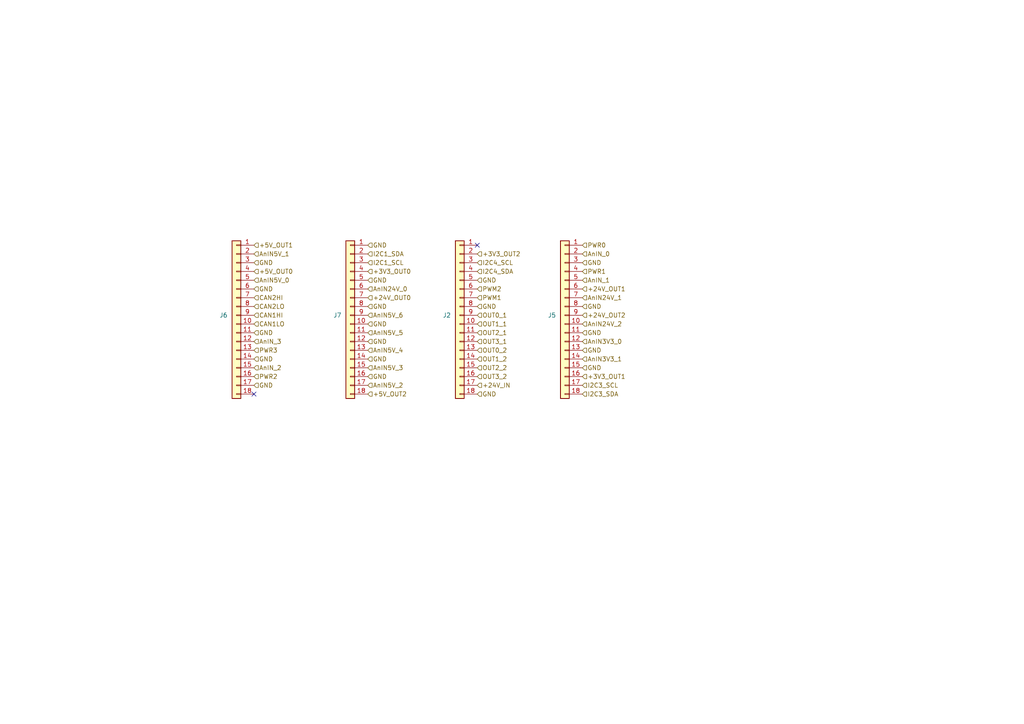
<source format=kicad_sch>
(kicad_sch (version 20231120) (generator "eeschema") (generator_version "8.0")
  (paper "A4")
  (lib_symbols
    (symbol "Connector_Generic:Conn_01x18" (pin_names (offset 1.016) hide)
      (property "Reference" "J" (at 0 22.86 0))
      (property "Value" "Conn_01x18" (at 0 -25.4 0))
      (symbol "Conn_01x18_1_1"
        (rectangle (start -1.27 -22.733) (end 0 -22.987) (stroke (width 0.1524)))
        (rectangle (start -1.27 -20.193) (end 0 -20.447) (stroke (width 0.1524)))
        (rectangle (start -1.27 -17.653) (end 0 -17.907) (stroke (width 0.1524)))
        (rectangle (start -1.27 -15.113) (end 0 -15.367) (stroke (width 0.1524)))
        (rectangle (start -1.27 -12.573) (end 0 -12.827) (stroke (width 0.1524)))
        (rectangle (start -1.27 -10.033) (end 0 -10.287) (stroke (width 0.1524)))
        (rectangle (start -1.27 -7.493) (end 0 -7.747) (stroke (width 0.1524)))
        (rectangle (start -1.27 -4.953) (end 0 -5.207) (stroke (width 0.1524)))
        (rectangle (start -1.27 -2.413) (end 0 -2.667) (stroke (width 0.1524)))
        (rectangle (start -1.27 0.127) (end 0 -0.127) (stroke (width 0.1524)))
        (rectangle (start -1.27 2.667) (end 0 2.413) (stroke (width 0.1524)))
        (rectangle (start -1.27 5.207) (end 0 4.953) (stroke (width 0.1524)))
        (rectangle (start -1.27 7.747) (end 0 7.493) (stroke (width 0.1524)))
        (rectangle (start -1.27 10.287) (end 0 10.033) (stroke (width 0.1524)))
        (rectangle (start -1.27 12.827) (end 0 12.573) (stroke (width 0.1524)))
        (rectangle (start -1.27 15.367) (end 0 15.113) (stroke (width 0.1524)))
        (rectangle (start -1.27 17.907) (end 0 17.653) (stroke (width 0.1524)))
        (rectangle (start -1.27 20.447) (end 0 20.193) (stroke (width 0.1524)))
        (rectangle (start -1.27 21.59) (end 1.27 -24.13) (stroke (width 0.254)) (fill (type background)))
        (pin passive line (at -5.08 20.32 0) (length 3.81) (name "Pin_1") (number "1"))
        (pin passive line (at -5.08 -2.54 0) (length 3.81) (name "Pin_10") (number "10"))
        (pin passive line (at -5.08 -5.08 0) (length 3.81) (name "Pin_11") (number "11"))
        (pin passive line (at -5.08 -7.62 0) (length 3.81) (name "Pin_12") (number "12"))
        (pin passive line (at -5.08 -10.16 0) (length 3.81) (name "Pin_13") (number "13"))
        (pin passive line (at -5.08 -12.7 0) (length 3.81) (name "Pin_14") (number "14"))
        (pin passive line (at -5.08 -15.24 0) (length 3.81) (name "Pin_15") (number "15"))
        (pin passive line (at -5.08 -17.78 0) (length 3.81) (name "Pin_16") (number "16"))
        (pin passive line (at -5.08 -20.32 0) (length 3.81) (name "Pin_17") (number "17"))
        (pin passive line (at -5.08 -22.86 0) (length 3.81) (name "Pin_18") (number "18"))
        (pin passive line (at -5.08 17.78 0) (length 3.81) (name "Pin_2") (number "2"))
        (pin passive line (at -5.08 15.24 0) (length 3.81) (name "Pin_3") (number "3"))
        (pin passive line (at -5.08 12.7 0) (length 3.81) (name "Pin_4") (number "4"))
        (pin passive line (at -5.08 10.16 0) (length 3.81) (name "Pin_5") (number "5"))
        (pin passive line (at -5.08 7.62 0) (length 3.81) (name "Pin_6") (number "6"))
        (pin passive line (at -5.08 5.08 0) (length 3.81) (name "Pin_7") (number "7"))
        (pin passive line (at -5.08 2.54 0) (length 3.81) (name "Pin_8") (number "8"))
        (pin passive line (at -5.08 0 0) (length 3.81) (name "Pin_9") (number "9"))
      )
    )
  )
  (no_connect (at 138.43 71.12))
  (no_connect (at 73.66 114.3))
  (hierarchical_label "AnIN5V_2" (shape input) (at 106.68 111.76 0))
  (hierarchical_label "OUT3_2" (shape input) (at 138.43 109.22 0))
  (hierarchical_label "OUT1_1" (shape input) (at 138.43 93.98 0))
  (hierarchical_label "GND" (shape input) (at 168.91 76.2 0))
  (hierarchical_label "CAN1HI" (shape input) (at 73.66 91.44 0))
  (hierarchical_label "GND" (shape input) (at 106.68 81.28 0))
  (hierarchical_label "PWR2" (shape input) (at 73.66 109.22 0))
  (hierarchical_label "AnIN24V_1" (shape input) (at 168.91 86.36 0))
  (hierarchical_label "AnIN5V_1" (shape input) (at 73.66 73.66 0))
  (hierarchical_label "GND" (shape input) (at 73.66 83.82 0))
  (hierarchical_label "I2C4_SDA" (shape input) (at 138.43 78.74 0))
  (hierarchical_label "AnIN_3" (shape input) (at 73.66 99.06 0))
  (hierarchical_label "GND" (shape input) (at 106.68 99.06 0))
  (hierarchical_label "AnIN_2" (shape input) (at 73.66 106.68 0))
  (hierarchical_label "AnIN_1" (shape input) (at 168.91 81.28 0))
  (hierarchical_label "+3V3_OUT1" (shape input) (at 168.91 109.22 0))
  (hierarchical_label "GND" (shape input) (at 106.68 93.98 0))
  (hierarchical_label "AnIN5V_3" (shape input) (at 106.68 106.68 0))
  (hierarchical_label "I2C3_SCL" (shape input) (at 168.91 111.76 0))
  (hierarchical_label "GND" (shape input) (at 106.68 104.14 0))
  (hierarchical_label "AnIN5V_0" (shape input) (at 73.66 81.28 0))
  (hierarchical_label "+5V_OUT1" (shape input) (at 73.66 71.12 0))
  (hierarchical_label "GND" (shape input) (at 168.91 101.6 0))
  (hierarchical_label "AnIN5V_6" (shape input) (at 106.68 91.44 0))
  (hierarchical_label "GND" (shape input) (at 138.43 88.9 0))
  (hierarchical_label "PWR3" (shape input) (at 73.66 101.6 0))
  (hierarchical_label "GND" (shape input) (at 73.66 76.2 0))
  (hierarchical_label "OUT0_1" (shape input) (at 138.43 91.44 0))
  (hierarchical_label "+24V_OUT2" (shape input) (at 168.91 91.44 0))
  (hierarchical_label "+3V3_OUT2" (shape input) (at 138.43 73.66 0))
  (hierarchical_label "AnIN3V3_1" (shape input) (at 168.91 104.14 0))
  (hierarchical_label "OUT1_2" (shape input) (at 138.43 104.14 0))
  (hierarchical_label "+3V3_OUT0" (shape input) (at 106.68 78.74 0))
  (hierarchical_label "+24V_OUT0" (shape input) (at 106.68 86.36 0))
  (hierarchical_label "CAN2LO" (shape input) (at 73.66 88.9 0))
  (hierarchical_label "I2C4_SCL" (shape input) (at 138.43 76.2 0))
  (hierarchical_label "GND" (shape input) (at 168.91 106.68 0))
  (hierarchical_label "GND" (shape input) (at 106.68 88.9 0))
  (hierarchical_label "AnIN5V_5" (shape input) (at 106.68 96.52 0))
  (hierarchical_label "GND" (shape input) (at 168.91 88.9 0))
  (hierarchical_label "GND" (shape input) (at 106.68 109.22 0))
  (hierarchical_label "GND" (shape input) (at 168.91 96.52 0))
  (hierarchical_label "OUT0_2" (shape input) (at 138.43 101.6 0))
  (hierarchical_label "GND" (shape input) (at 138.43 114.3 0))
  (hierarchical_label "I2C1_SDA" (shape input) (at 106.68 73.66 0))
  (hierarchical_label "OUT2_2" (shape input) (at 138.43 106.68 0))
  (hierarchical_label "+5V_OUT0" (shape input) (at 73.66 78.74 0))
  (hierarchical_label "+5V_OUT2" (shape input) (at 106.68 114.3 0))
  (hierarchical_label "AnIN24V_2" (shape input) (at 168.91 93.98 0))
  (hierarchical_label "AnIN3V3_0" (shape input) (at 168.91 99.06 0))
  (hierarchical_label "AnIN_0" (shape input) (at 168.91 73.66 0))
  (hierarchical_label "OUT2_1" (shape input) (at 138.43 96.52 0))
  (hierarchical_label "PWR1" (shape input) (at 168.91 78.74 0))
  (hierarchical_label "PWR0" (shape input) (at 168.91 71.12 0))
  (hierarchical_label "CAN1LO" (shape input) (at 73.66 93.98 0))
  (hierarchical_label "GND" (shape input) (at 73.66 104.14 0))
  (hierarchical_label "GND" (shape input) (at 73.66 96.52 0))
  (hierarchical_label "+24V_OUT1" (shape input) (at 168.91 83.82 0))
  (hierarchical_label "PWM2" (shape input) (at 138.43 83.82 0))
  (hierarchical_label "+24V_IN" (shape input) (at 138.43 111.76 0))
  (hierarchical_label "I2C1_SCL" (shape input) (at 106.68 76.2 0))
  (hierarchical_label "CAN2HI" (shape input) (at 73.66 86.36 0))
  (hierarchical_label "I2C3_SDA" (shape input) (at 168.91 114.3 0))
  (hierarchical_label "GND" (shape input) (at 106.68 71.12 0))
  (hierarchical_label "GND" (shape input) (at 73.66 111.76 0))
  (hierarchical_label "GND" (shape input) (at 138.43 81.28 0))
  (hierarchical_label "OUT3_1" (shape input) (at 138.43 99.06 0))
  (hierarchical_label "PWM1" (shape input) (at 138.43 86.36 0))
  (hierarchical_label "AnIN24V_0" (shape input) (at 106.68 83.82 0))
  (hierarchical_label "AnIN5V_4" (shape input) (at 106.68 101.6 0))
  (symbol (lib_id "Connector_Generic:Conn_01x18") (at 133.35 91.44 0) (mirror y) (unit 1)
    (property "Reference" "J2" (at 130.81 91.44 0) (effects (justify left)))
    (property "Value" "Conn_01x18" (effects (hide yes)))
    (property "Footprint" "Connector_PinSocket_2.54mm:PinSocket_1x18_P2.54mm_Vertical" (effects (hide yes)))
  )
  (symbol (lib_id "Connector_Generic:Conn_01x18") (at 68.58 91.44 0) (mirror y) (unit 1)
    (property "Reference" "J6" (at 66.04 91.44 0) (effects (justify left)))
    (property "Value" "Conn_01x18" (effects (hide yes)))
    (property "Footprint" "Connector_PinSocket_2.54mm:PinSocket_1x18_P2.54mm_Vertical" (effects (hide yes)))
  )
  (symbol (lib_id "Connector_Generic:Conn_01x18") (at 163.83 91.44 0) (mirror y) (unit 1)
    (property "Reference" "J5" (at 161.29 91.44 0) (effects (justify left)))
    (property "Value" "Conn_01x18" (effects (hide yes)))
    (property "Footprint" "Connector_PinSocket_2.54mm:PinSocket_1x18_P2.54mm_Vertical" (effects (hide yes)))
  )
  (symbol (lib_id "Connector_Generic:Conn_01x18") (at 101.6 91.44 0) (mirror y) (unit 1)
    (property "Reference" "J7" (at 99.06 91.44 0) (effects (justify left)))
    (property "Value" "Conn_01x18" (effects (hide yes)))
    (property "Footprint" "Connector_PinSocket_2.54mm:PinSocket_1x18_P2.54mm_Vertical" (effects (hide yes)))
  )
)
</source>
